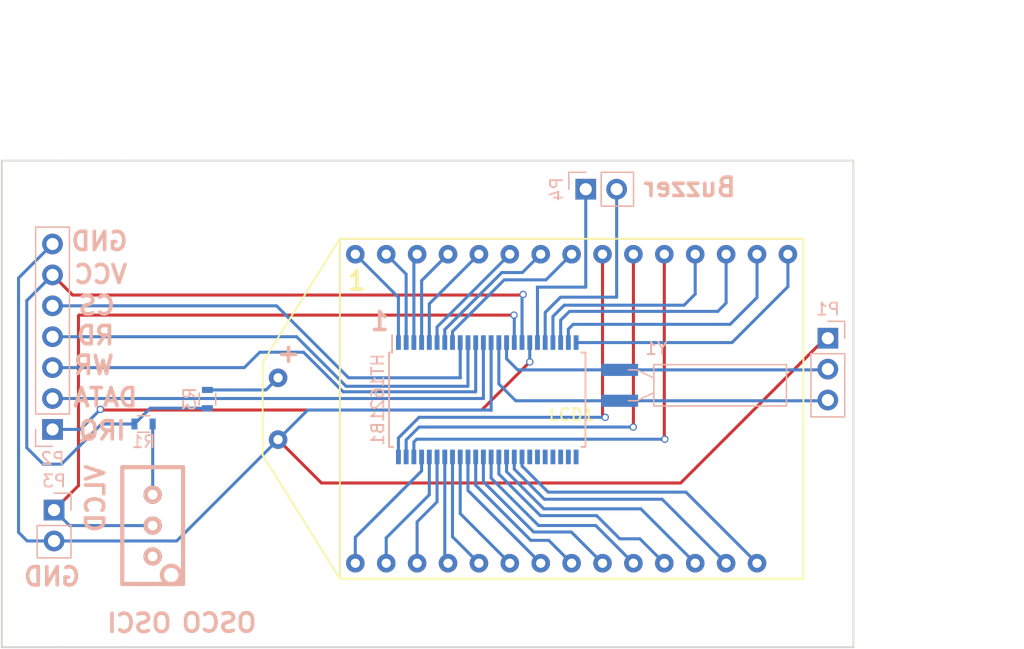
<source format=kicad_pcb>
(kicad_pcb (version 4) (host pcbnew 4.0.5)

  (general
    (links 51)
    (no_connects 0)
    (area 34.924999 29.924999 105.075001 70.075001)
    (thickness 1.6)
    (drawings 25)
    (tracks 197)
    (zones 0)
    (modules 10)
    (nets 52)
  )

  (page A4)
  (layers
    (0 F.Cu signal)
    (31 B.Cu signal)
    (32 B.Adhes user hide)
    (33 F.Adhes user hide)
    (34 B.Paste user hide)
    (35 F.Paste user hide)
    (36 B.SilkS user)
    (37 F.SilkS user)
    (38 B.Mask user)
    (39 F.Mask user)
    (40 Dwgs.User user hide)
    (41 Cmts.User user hide)
    (42 Eco1.User user)
    (43 Eco2.User user hide)
    (44 Edge.Cuts user)
    (45 Margin user hide)
    (46 B.CrtYd user hide)
    (47 F.CrtYd user hide)
    (48 B.Fab user hide)
    (49 F.Fab user hide)
  )

  (setup
    (last_trace_width 0.25)
    (trace_clearance 0.2)
    (zone_clearance 0.508)
    (zone_45_only no)
    (trace_min 0.2)
    (segment_width 0.2)
    (edge_width 0.15)
    (via_size 0.6)
    (via_drill 0.4)
    (via_min_size 0.4)
    (via_min_drill 0.3)
    (uvia_size 0.3)
    (uvia_drill 0.1)
    (uvias_allowed no)
    (uvia_min_size 0.2)
    (uvia_min_drill 0.1)
    (pcb_text_width 0.3)
    (pcb_text_size 1.5 1.5)
    (mod_edge_width 0.15)
    (mod_text_size 1 1)
    (mod_text_width 0.15)
    (pad_size 1.2 0.4)
    (pad_drill 0)
    (pad_to_mask_clearance 0.2)
    (aux_axis_origin 0 0)
    (visible_elements 7FFFFFFF)
    (pcbplotparams
      (layerselection 0x010f0_80000001)
      (usegerberextensions true)
      (excludeedgelayer true)
      (linewidth 0.100000)
      (plotframeref false)
      (viasonmask false)
      (mode 1)
      (useauxorigin false)
      (hpglpennumber 1)
      (hpglpenspeed 20)
      (hpglpendiameter 15)
      (hpglpenoverlay 2)
      (psnegative false)
      (psa4output false)
      (plotreference true)
      (plotvalue true)
      (plotinvisibletext false)
      (padsonsilk false)
      (subtractmaskfromsilk false)
      (outputformat 1)
      (mirror false)
      (drillshape 0)
      (scaleselection 1)
      (outputdirectory export1/))
  )

  (net 0 "")
  (net 1 /SEG7)
  (net 2 /SEG6)
  (net 3 /SEG5)
  (net 4 /SEG4)
  (net 5 /SEG3)
  (net 6 /SEG2)
  (net 7 /SEG1)
  (net 8 /SEG0)
  (net 9 /CS)
  (net 10 /RD)
  (net 11 /WR)
  (net 12 /DATA)
  (net 13 GNDREF)
  (net 14 /OSCO)
  (net 15 /OSCI)
  (net 16 /VLCD)
  (net 17 /VCC)
  (net 18 /IRQ)
  (net 19 "Net-(HT1621B1-Pad19)")
  (net 20 "Net-(HT1621B1-Pad20)")
  (net 21 /COM2)
  (net 22 /COM3)
  (net 23 /COM4)
  (net 24 "Net-(HT1621B1-Pad25)")
  (net 25 "Net-(HT1621B1-Pad26)")
  (net 26 "Net-(HT1621B1-Pad27)")
  (net 27 "Net-(HT1621B1-Pad28)")
  (net 28 "Net-(HT1621B1-Pad29)")
  (net 29 "Net-(HT1621B1-Pad30)")
  (net 30 "Net-(HT1621B1-Pad31)")
  (net 31 /SEG24)
  (net 32 /SEG23)
  (net 33 /SEG22)
  (net 34 /SEG21)
  (net 35 /SEG20)
  (net 36 /SEG19)
  (net 37 /SEG18)
  (net 38 /SEG17)
  (net 39 /SEG16)
  (net 40 /SEG15)
  (net 41 /SEG14)
  (net 42 /SEG13)
  (net 43 /SEG12)
  (net 44 /SEG11)
  (net 45 /SEG10)
  (net 46 /SEG9)
  (net 47 /SEG8)
  (net 48 /COM1)
  (net 49 "Net-(LCD1-Pad30)")
  (net 50 "Net-(R1-Pad2)")
  (net 51 "Net-(R2-Pad3)")

  (net_class Default "Это класс цепей по умолчанию."
    (clearance 0.2)
    (trace_width 0.25)
    (via_dia 0.6)
    (via_drill 0.4)
    (uvia_dia 0.3)
    (uvia_drill 0.1)
    (add_net /COM1)
    (add_net /COM2)
    (add_net /COM3)
    (add_net /COM4)
    (add_net /CS)
    (add_net /DATA)
    (add_net /IRQ)
    (add_net /OSCI)
    (add_net /OSCO)
    (add_net /RD)
    (add_net /SEG0)
    (add_net /SEG1)
    (add_net /SEG10)
    (add_net /SEG11)
    (add_net /SEG12)
    (add_net /SEG13)
    (add_net /SEG14)
    (add_net /SEG15)
    (add_net /SEG16)
    (add_net /SEG17)
    (add_net /SEG18)
    (add_net /SEG19)
    (add_net /SEG2)
    (add_net /SEG20)
    (add_net /SEG21)
    (add_net /SEG22)
    (add_net /SEG23)
    (add_net /SEG24)
    (add_net /SEG3)
    (add_net /SEG4)
    (add_net /SEG5)
    (add_net /SEG6)
    (add_net /SEG7)
    (add_net /SEG8)
    (add_net /SEG9)
    (add_net /VCC)
    (add_net /VLCD)
    (add_net /WR)
    (add_net GNDREF)
    (add_net "Net-(HT1621B1-Pad19)")
    (add_net "Net-(HT1621B1-Pad20)")
    (add_net "Net-(HT1621B1-Pad25)")
    (add_net "Net-(HT1621B1-Pad26)")
    (add_net "Net-(HT1621B1-Pad27)")
    (add_net "Net-(HT1621B1-Pad28)")
    (add_net "Net-(HT1621B1-Pad29)")
    (add_net "Net-(HT1621B1-Pad30)")
    (add_net "Net-(HT1621B1-Pad31)")
    (add_net "Net-(LCD1-Pad30)")
    (add_net "Net-(R1-Pad2)")
    (add_net "Net-(R2-Pad3)")
  )

  (module Pin_Headers:Pin_Header_Straight_1x07_Pitch2.54mm (layer B.Cu) (tedit 5862ED52) (tstamp 58C59536)
    (at 39.1668 52.0954)
    (descr "Through hole straight pin header, 1x07, 2.54mm pitch, single row")
    (tags "Through hole pin header THT 1x07 2.54mm single row")
    (path /58C52BE0)
    (fp_text reference P2 (at 0 2.39) (layer B.SilkS)
      (effects (font (size 1 1) (thickness 0.15)) (justify mirror))
    )
    (fp_text value CONN_01X07 (at 0 -17.63) (layer B.Fab)
      (effects (font (size 1 1) (thickness 0.15)) (justify mirror))
    )
    (fp_line (start -1.27 1.27) (end -1.27 -16.51) (layer B.Fab) (width 0.1))
    (fp_line (start -1.27 -16.51) (end 1.27 -16.51) (layer B.Fab) (width 0.1))
    (fp_line (start 1.27 -16.51) (end 1.27 1.27) (layer B.Fab) (width 0.1))
    (fp_line (start 1.27 1.27) (end -1.27 1.27) (layer B.Fab) (width 0.1))
    (fp_line (start -1.39 -1.27) (end -1.39 -16.63) (layer B.SilkS) (width 0.12))
    (fp_line (start -1.39 -16.63) (end 1.39 -16.63) (layer B.SilkS) (width 0.12))
    (fp_line (start 1.39 -16.63) (end 1.39 -1.27) (layer B.SilkS) (width 0.12))
    (fp_line (start 1.39 -1.27) (end -1.39 -1.27) (layer B.SilkS) (width 0.12))
    (fp_line (start -1.39 0) (end -1.39 1.39) (layer B.SilkS) (width 0.12))
    (fp_line (start -1.39 1.39) (end 0 1.39) (layer B.SilkS) (width 0.12))
    (fp_line (start -1.6 1.6) (end -1.6 -16.8) (layer B.CrtYd) (width 0.05))
    (fp_line (start -1.6 -16.8) (end 1.6 -16.8) (layer B.CrtYd) (width 0.05))
    (fp_line (start 1.6 -16.8) (end 1.6 1.6) (layer B.CrtYd) (width 0.05))
    (fp_line (start 1.6 1.6) (end -1.6 1.6) (layer B.CrtYd) (width 0.05))
    (pad 1 thru_hole rect (at 0 0) (size 1.7 1.7) (drill 1) (layers *.Cu *.Mask)
      (net 18 /IRQ))
    (pad 2 thru_hole oval (at 0 -2.54) (size 1.7 1.7) (drill 1) (layers *.Cu *.Mask)
      (net 12 /DATA))
    (pad 3 thru_hole oval (at 0 -5.08) (size 1.7 1.7) (drill 1) (layers *.Cu *.Mask)
      (net 11 /WR))
    (pad 4 thru_hole oval (at 0 -7.62) (size 1.7 1.7) (drill 1) (layers *.Cu *.Mask)
      (net 10 /RD))
    (pad 5 thru_hole oval (at 0 -10.16) (size 1.7 1.7) (drill 1) (layers *.Cu *.Mask)
      (net 9 /CS))
    (pad 6 thru_hole oval (at 0 -12.7) (size 1.7 1.7) (drill 1) (layers *.Cu *.Mask)
      (net 17 /VCC))
    (pad 7 thru_hole oval (at 0 -15.24) (size 1.7 1.7) (drill 1) (layers *.Cu *.Mask)
      (net 13 GNDREF))
    (model Pin_Headers.3dshapes/Pin_Header_Straight_1x07_Pitch2.54mm.wrl
      (at (xyz 0 -0.3 0))
      (scale (xyz 1 1 1))
      (rotate (xyz 0 0 90))
    )
  )

  (module Pin_Headers:Pin_Header_Straight_1x02_Pitch2.54mm (layer B.Cu) (tedit 5862ED52) (tstamp 58C5953C)
    (at 39.2938 58.7248 180)
    (descr "Through hole straight pin header, 1x02, 2.54mm pitch, single row")
    (tags "Through hole pin header THT 1x02 2.54mm single row")
    (path /58C53396)
    (fp_text reference P3 (at 0 2.39 180) (layer B.SilkS)
      (effects (font (size 1 1) (thickness 0.15)) (justify mirror))
    )
    (fp_text value CONN_01X02 (at 0 -4.93 180) (layer B.Fab)
      (effects (font (size 1 1) (thickness 0.15)) (justify mirror))
    )
    (fp_line (start -1.27 1.27) (end -1.27 -3.81) (layer B.Fab) (width 0.1))
    (fp_line (start -1.27 -3.81) (end 1.27 -3.81) (layer B.Fab) (width 0.1))
    (fp_line (start 1.27 -3.81) (end 1.27 1.27) (layer B.Fab) (width 0.1))
    (fp_line (start 1.27 1.27) (end -1.27 1.27) (layer B.Fab) (width 0.1))
    (fp_line (start -1.39 -1.27) (end -1.39 -3.93) (layer B.SilkS) (width 0.12))
    (fp_line (start -1.39 -3.93) (end 1.39 -3.93) (layer B.SilkS) (width 0.12))
    (fp_line (start 1.39 -3.93) (end 1.39 -1.27) (layer B.SilkS) (width 0.12))
    (fp_line (start 1.39 -1.27) (end -1.39 -1.27) (layer B.SilkS) (width 0.12))
    (fp_line (start -1.39 0) (end -1.39 1.39) (layer B.SilkS) (width 0.12))
    (fp_line (start -1.39 1.39) (end 0 1.39) (layer B.SilkS) (width 0.12))
    (fp_line (start -1.6 1.6) (end -1.6 -4.1) (layer B.CrtYd) (width 0.05))
    (fp_line (start -1.6 -4.1) (end 1.6 -4.1) (layer B.CrtYd) (width 0.05))
    (fp_line (start 1.6 -4.1) (end 1.6 1.6) (layer B.CrtYd) (width 0.05))
    (fp_line (start 1.6 1.6) (end -1.6 1.6) (layer B.CrtYd) (width 0.05))
    (pad 1 thru_hole rect (at 0 0 180) (size 1.7 1.7) (drill 1) (layers *.Cu *.Mask)
      (net 16 /VLCD))
    (pad 2 thru_hole oval (at 0 -2.54 180) (size 1.7 1.7) (drill 1) (layers *.Cu *.Mask)
      (net 13 GNDREF))
    (model Pin_Headers.3dshapes/Pin_Header_Straight_1x02_Pitch2.54mm.wrl
      (at (xyz 0 -0.05 0))
      (scale (xyz 1 1 1))
      (rotate (xyz 0 0 90))
    )
  )

  (module Housings_SSOP:SSOP-48_7.5x15.9mm_Pitch0.635mm (layer B.Cu) (tedit 54130A77) (tstamp 58C59897)
    (at 74.9046 49.657 270)
    (descr "SSOP48: plastic shrink small outline package; 48 leads; body width 7.5 mm; (see NXP SSOP-TSSOP-VSO-REFLOW.pdf and sot370-1_po.pdf)")
    (tags "SSOP 0.635")
    (path /58B76CA1)
    (attr smd)
    (fp_text reference HT1621B1 (at 0 9 270) (layer B.SilkS)
      (effects (font (size 1 1) (thickness 0.15)) (justify mirror))
    )
    (fp_text value HT1621B (at 0 -9 270) (layer B.Fab)
      (effects (font (size 1 1) (thickness 0.15)) (justify mirror))
    )
    (fp_line (start -2.75 7.95) (end 3.75 7.95) (layer B.Fab) (width 0.15))
    (fp_line (start 3.75 7.95) (end 3.75 -7.95) (layer B.Fab) (width 0.15))
    (fp_line (start 3.75 -7.95) (end -3.75 -7.95) (layer B.Fab) (width 0.15))
    (fp_line (start -3.75 -7.95) (end -3.75 6.95) (layer B.Fab) (width 0.15))
    (fp_line (start -3.75 6.95) (end -2.75 7.95) (layer B.Fab) (width 0.15))
    (fp_line (start -5.55 8.25) (end -5.55 -8.25) (layer B.CrtYd) (width 0.05))
    (fp_line (start 5.55 8.25) (end 5.55 -8.25) (layer B.CrtYd) (width 0.05))
    (fp_line (start -5.55 8.25) (end 5.55 8.25) (layer B.CrtYd) (width 0.05))
    (fp_line (start -5.55 -8.25) (end 5.55 -8.25) (layer B.CrtYd) (width 0.05))
    (fp_line (start -3.875 8.075) (end -3.875 7.825) (layer B.SilkS) (width 0.15))
    (fp_line (start 3.875 8.075) (end 3.875 7.7275) (layer B.SilkS) (width 0.15))
    (fp_line (start 3.875 -8.075) (end 3.875 -7.7275) (layer B.SilkS) (width 0.15))
    (fp_line (start -3.875 -8.075) (end -3.875 -7.7275) (layer B.SilkS) (width 0.15))
    (fp_line (start -3.875 8.075) (end 3.875 8.075) (layer B.SilkS) (width 0.15))
    (fp_line (start -3.875 -8.075) (end 3.875 -8.075) (layer B.SilkS) (width 0.15))
    (fp_line (start -3.875 7.825) (end -5.3 7.825) (layer B.SilkS) (width 0.15))
    (pad 1 smd rect (at -4.7 7.3025 270) (size 1.2 0.4) (layers B.Cu B.Paste B.Mask)
      (net 8 /SEG0))
    (pad 2 smd rect (at -4.7 6.6675 270) (size 1.2 0.4) (layers B.Cu B.Paste B.Mask)
      (net 7 /SEG1))
    (pad 3 smd rect (at -4.7 6.0325 270) (size 1.2 0.4) (layers B.Cu B.Paste B.Mask)
      (net 6 /SEG2))
    (pad 4 smd rect (at -4.7 5.3975 270) (size 1.2 0.4) (layers B.Cu B.Paste B.Mask)
      (net 5 /SEG3))
    (pad 5 smd rect (at -4.7 4.7625 270) (size 1.2 0.4) (layers B.Cu B.Paste B.Mask)
      (net 4 /SEG4))
    (pad 6 smd rect (at -4.7 4.1275 270) (size 1.2 0.4) (layers B.Cu B.Paste B.Mask)
      (net 3 /SEG5))
    (pad 7 smd rect (at -4.7 3.4925 270) (size 1.2 0.4) (layers B.Cu B.Paste B.Mask)
      (net 2 /SEG6))
    (pad 8 smd rect (at -4.7 2.8575 270) (size 1.2 0.4) (layers B.Cu B.Paste B.Mask)
      (net 1 /SEG7))
    (pad 9 smd rect (at -4.7 2.2225 270) (size 1.2 0.4) (layers B.Cu B.Paste B.Mask)
      (net 9 /CS))
    (pad 10 smd rect (at -4.7 1.5875 270) (size 1.2 0.4) (layers B.Cu B.Paste B.Mask)
      (net 10 /RD))
    (pad 11 smd rect (at -4.7 0.9525 270) (size 1.2 0.4) (layers B.Cu B.Paste B.Mask)
      (net 11 /WR))
    (pad 12 smd rect (at -4.7 0.3175 270) (size 1.2 0.4) (layers B.Cu B.Paste B.Mask)
      (net 12 /DATA))
    (pad 13 smd rect (at -4.7 -0.3175 270) (size 1.2 0.4) (layers B.Cu B.Paste B.Mask)
      (net 13 GNDREF))
    (pad 14 smd rect (at -4.7 -0.9525 270) (size 1.2 0.4) (layers B.Cu B.Paste B.Mask)
      (net 14 /OSCO))
    (pad 15 smd rect (at -4.7 -1.5875 270) (size 1.2 0.4) (layers B.Cu B.Paste B.Mask)
      (net 15 /OSCI))
    (pad 16 smd rect (at -4.7 -2.2225 270) (size 1.2 0.4) (layers B.Cu B.Paste B.Mask)
      (net 16 /VLCD))
    (pad 17 smd rect (at -4.7 -2.8575 270) (size 1.2 0.4) (layers B.Cu B.Paste B.Mask)
      (net 17 /VCC))
    (pad 18 smd rect (at -4.7 -3.4925 270) (size 1.2 0.4) (layers B.Cu B.Paste B.Mask)
      (net 18 /IRQ))
    (pad 19 smd rect (at -4.7 -4.1275 270) (size 1.2 0.4) (layers B.Cu B.Paste B.Mask)
      (net 19 "Net-(HT1621B1-Pad19)"))
    (pad 20 smd rect (at -4.7 -4.7625 270) (size 1.2 0.4) (layers B.Cu B.Paste B.Mask)
      (net 20 "Net-(HT1621B1-Pad20)"))
    (pad 21 smd rect (at -4.7 -5.3975 270) (size 1.2 0.4) (layers B.Cu B.Paste B.Mask)
      (net 48 /COM1))
    (pad 22 smd rect (at -4.7 -6.0325 270) (size 1.2 0.4) (layers B.Cu B.Paste B.Mask)
      (net 21 /COM2))
    (pad 23 smd rect (at -4.7 -6.6675 270) (size 1.2 0.4) (layers B.Cu B.Paste B.Mask)
      (net 22 /COM3))
    (pad 24 smd rect (at -4.7 -7.3025 270) (size 1.2 0.4) (layers B.Cu B.Paste B.Mask)
      (net 23 /COM4))
    (pad 25 smd rect (at 4.7 -7.3025 270) (size 1.2 0.4) (layers B.Cu B.Paste B.Mask)
      (net 24 "Net-(HT1621B1-Pad25)"))
    (pad 26 smd rect (at 4.7 -6.6675 270) (size 1.2 0.4) (layers B.Cu B.Paste B.Mask)
      (net 25 "Net-(HT1621B1-Pad26)"))
    (pad 27 smd rect (at 4.7 -6.0325 270) (size 1.2 0.4) (layers B.Cu B.Paste B.Mask)
      (net 26 "Net-(HT1621B1-Pad27)"))
    (pad 28 smd rect (at 4.7 -5.3975 270) (size 1.2 0.4) (layers B.Cu B.Paste B.Mask)
      (net 27 "Net-(HT1621B1-Pad28)"))
    (pad 29 smd rect (at 4.7 -4.7625 270) (size 1.2 0.4) (layers B.Cu B.Paste B.Mask)
      (net 28 "Net-(HT1621B1-Pad29)"))
    (pad 30 smd rect (at 4.7 -4.1275 270) (size 1.2 0.4) (layers B.Cu B.Paste B.Mask)
      (net 29 "Net-(HT1621B1-Pad30)"))
    (pad 31 smd rect (at 4.7 -3.4925 270) (size 1.2 0.4) (layers B.Cu B.Paste B.Mask)
      (net 30 "Net-(HT1621B1-Pad31)"))
    (pad 32 smd rect (at 4.7 -2.8575 270) (size 1.2 0.4) (layers B.Cu B.Paste B.Mask)
      (net 31 /SEG24))
    (pad 33 smd rect (at 4.7 -2.2225 270) (size 1.2 0.4) (layers B.Cu B.Paste B.Mask)
      (net 32 /SEG23))
    (pad 34 smd rect (at 4.7 -1.5875 270) (size 1.2 0.4) (layers B.Cu B.Paste B.Mask)
      (net 33 /SEG22))
    (pad 35 smd rect (at 4.7 -0.9525 270) (size 1.2 0.4) (layers B.Cu B.Paste B.Mask)
      (net 34 /SEG21))
    (pad 36 smd rect (at 4.7 -0.3175 270) (size 1.2 0.4) (layers B.Cu B.Paste B.Mask)
      (net 35 /SEG20))
    (pad 37 smd rect (at 4.7 0.3175 270) (size 1.2 0.4) (layers B.Cu B.Paste B.Mask)
      (net 36 /SEG19))
    (pad 38 smd rect (at 4.7 0.9525 270) (size 1.2 0.4) (layers B.Cu B.Paste B.Mask)
      (net 37 /SEG18))
    (pad 39 smd rect (at 4.7 1.5875 270) (size 1.2 0.4) (layers B.Cu B.Paste B.Mask)
      (net 38 /SEG17))
    (pad 40 smd rect (at 4.7 2.2225 270) (size 1.2 0.4) (layers B.Cu B.Paste B.Mask)
      (net 39 /SEG16))
    (pad 41 smd rect (at 4.7 2.8575 270) (size 1.2 0.4) (layers B.Cu B.Paste B.Mask)
      (net 40 /SEG15))
    (pad 42 smd rect (at 4.7 3.4925 270) (size 1.2 0.4) (layers B.Cu B.Paste B.Mask)
      (net 41 /SEG14))
    (pad 43 smd rect (at 4.7 4.1275 270) (size 1.2 0.4) (layers B.Cu B.Paste B.Mask)
      (net 42 /SEG13))
    (pad 44 smd rect (at 4.7 4.7625 270) (size 1.2 0.4) (layers B.Cu B.Paste B.Mask)
      (net 43 /SEG12))
    (pad 45 smd rect (at 4.7 5.3975 270) (size 1.2 0.4) (layers B.Cu B.Paste B.Mask)
      (net 44 /SEG11))
    (pad 46 smd rect (at 4.7 6.0325 270) (size 1.2 0.4) (layers B.Cu B.Paste B.Mask)
      (net 45 /SEG10))
    (pad 47 smd rect (at 4.7 6.6675 270) (size 1.2 0.4) (layers B.Cu B.Paste B.Mask)
      (net 46 /SEG9))
    (pad 48 smd rect (at 4.7 7.3025 270) (size 1.2 0.4) (layers B.Cu B.Paste B.Mask)
      (net 47 /SEG8))
    (model Housings_SSOP.3dshapes/SSOP-48_7.5x15.9mm_Pitch0.635mm.wrl
      (at (xyz 0 0 0))
      (scale (xyz 1 1 1))
      (rotate (xyz 0 0 0))
    )
  )

  (module lcd_new:LCD_0689 (layer F.Cu) (tedit 58C582BB) (tstamp 58C598BA)
    (at 81.8388 50.3936)
    (path /58B887C0)
    (fp_text reference LCD1 (at 0 0.5) (layer F.SilkS)
      (effects (font (size 1 1) (thickness 0.15)))
    )
    (fp_text value GDC0689 (at 0 -0.5) (layer F.Fab)
      (effects (font (size 1 1) (thickness 0.15)))
    )
    (fp_line (start -19.05 -13.97) (end -19.05 13.97) (layer F.SilkS) (width 0.15))
    (fp_line (start -19.05 -13.97) (end 19.05 -13.97) (layer F.SilkS) (width 0.15))
    (fp_line (start 19.05 -13.97) (end 19.05 13.97) (layer F.SilkS) (width 0.15))
    (fp_line (start 19.05 13.97) (end -19.05 13.97) (layer F.SilkS) (width 0.15))
    (fp_line (start -19.05 13.97) (end -25.4 3.81) (layer F.SilkS) (width 0.15))
    (fp_line (start -25.4 3.81) (end -25.4 -3.81) (layer F.SilkS) (width 0.15))
    (fp_line (start -25.4 -3.81) (end -19.05 -13.97) (layer F.SilkS) (width 0.15))
    (pad 8 thru_hole circle (at 0 -12.7) (size 1.524 1.524) (drill 0.762) (layers *.Cu *.Mask)
      (net 1 /SEG7))
    (pad 7 thru_hole circle (at -2.54 -12.7) (size 1.524 1.524) (drill 0.762) (layers *.Cu *.Mask)
      (net 2 /SEG6))
    (pad 6 thru_hole circle (at -5.08 -12.7) (size 1.524 1.524) (drill 0.762) (layers *.Cu *.Mask)
      (net 3 /SEG5))
    (pad 5 thru_hole circle (at -7.62 -12.7) (size 1.524 1.524) (drill 0.762) (layers *.Cu *.Mask)
      (net 4 /SEG4))
    (pad 4 thru_hole circle (at -10.16 -12.7) (size 1.524 1.524) (drill 0.762) (layers *.Cu *.Mask)
      (net 5 /SEG3))
    (pad 3 thru_hole circle (at -12.7 -12.7) (size 1.524 1.524) (drill 0.762) (layers *.Cu *.Mask)
      (net 6 /SEG2))
    (pad 2 thru_hole circle (at -15.24 -12.7) (size 1.524 1.524) (drill 0.762) (layers *.Cu *.Mask)
      (net 7 /SEG1))
    (pad 1 thru_hole circle (at -17.78 -12.7) (size 1.524 1.524) (drill 0.762) (layers *.Cu *.Mask)
      (net 8 /SEG0))
    (pad 9 thru_hole circle (at 2.54 -12.7) (size 1.524 1.524) (drill 0.762) (layers *.Cu *.Mask)
      (net 47 /SEG8))
    (pad 10 thru_hole circle (at 5.08 -12.7) (size 1.524 1.524) (drill 0.762) (layers *.Cu *.Mask)
      (net 46 /SEG9))
    (pad 11 thru_hole circle (at 7.62 -12.7) (size 1.524 1.524) (drill 0.762) (layers *.Cu *.Mask)
      (net 45 /SEG10))
    (pad 12 thru_hole circle (at 10.16 -12.7) (size 1.524 1.524) (drill 0.762) (layers *.Cu *.Mask)
      (net 48 /COM1))
    (pad 13 thru_hole circle (at 12.7 -12.7) (size 1.524 1.524) (drill 0.762) (layers *.Cu *.Mask)
      (net 21 /COM2))
    (pad 14 thru_hole circle (at 15.24 -12.7) (size 1.524 1.524) (drill 0.762) (layers *.Cu *.Mask)
      (net 22 /COM3))
    (pad 15 thru_hole circle (at 17.78 -12.7) (size 1.524 1.524) (drill 0.762) (layers *.Cu *.Mask)
      (net 23 /COM4))
    (pad 23 thru_hole circle (at 0 12.7) (size 1.524 1.524) (drill 0.762) (layers *.Cu *.Mask)
      (net 37 /SEG18))
    (pad 24 thru_hole circle (at 2.54 12.7) (size 1.524 1.524) (drill 0.762) (layers *.Cu *.Mask)
      (net 36 /SEG19))
    (pad 25 thru_hole circle (at 5.08 12.7) (size 1.524 1.524) (drill 0.762) (layers *.Cu *.Mask)
      (net 35 /SEG20))
    (pad 26 thru_hole circle (at 7.62 12.7) (size 1.524 1.524) (drill 0.762) (layers *.Cu *.Mask)
      (net 34 /SEG21))
    (pad 27 thru_hole circle (at 10.16 12.7) (size 1.524 1.524) (drill 0.762) (layers *.Cu *.Mask)
      (net 33 /SEG22))
    (pad 28 thru_hole circle (at 12.7 12.7) (size 1.524 1.524) (drill 0.762) (layers *.Cu *.Mask)
      (net 32 /SEG23))
    (pad 29 thru_hole circle (at 15.24 12.7) (size 1.524 1.524) (drill 0.762) (layers *.Cu *.Mask)
      (net 31 /SEG24))
    (pad 22 thru_hole circle (at -2.54 12.7) (size 1.524 1.524) (drill 0.762) (layers *.Cu *.Mask)
      (net 38 /SEG17))
    (pad 21 thru_hole circle (at -5.08 12.7) (size 1.524 1.524) (drill 0.762) (layers *.Cu *.Mask)
      (net 39 /SEG16))
    (pad 20 thru_hole circle (at -7.62 12.7) (size 1.524 1.524) (drill 0.762) (layers *.Cu *.Mask)
      (net 40 /SEG15))
    (pad 19 thru_hole circle (at -10.16 12.7) (size 1.524 1.524) (drill 0.762) (layers *.Cu *.Mask)
      (net 41 /SEG14))
    (pad 18 thru_hole circle (at -12.7 12.7) (size 1.524 1.524) (drill 0.762) (layers *.Cu *.Mask)
      (net 42 /SEG13))
    (pad 17 thru_hole circle (at -15.24 12.7) (size 1.524 1.524) (drill 0.762) (layers *.Cu *.Mask)
      (net 43 /SEG12))
    (pad 16 thru_hole circle (at -17.78 12.7) (size 1.524 1.524) (drill 0.762) (layers *.Cu *.Mask)
      (net 44 /SEG11))
    (pad 30 thru_hole circle (at -24.13 -2.54) (size 1.524 1.524) (drill 0.762) (layers *.Cu *.Mask)
      (net 49 "Net-(LCD1-Pad30)"))
    (pad 31 thru_hole circle (at -24.13 2.54) (size 1.524 1.524) (drill 0.762) (layers *.Cu *.Mask)
      (net 13 GNDREF))
  )

  (module lcd_new:BOURNS-3296W (layer B.Cu) (tedit 54CBCB1B) (tstamp 58C6C3BC)
    (at 47.4 60 180)
    (path /58C6CCDF)
    (fp_text reference R2 (at 0 0 180) (layer B.SilkS)
      (effects (font (size 0.8 0.8) (thickness 0.15)) (justify mirror))
    )
    (fp_text value RV (at 0 0 180) (layer B.Fab)
      (effects (font (size 0.8 0.8) (thickness 0.15)) (justify mirror))
    )
    (fp_circle (center -1.5 -4) (end -1.75 -4.75) (layer B.Fab) (width 0.15))
    (fp_line (start 2.5 4.75) (end -2.5 4.75) (layer B.Fab) (width 0.15))
    (fp_line (start -2.5 4.75) (end -2.5 -4.75) (layer B.Fab) (width 0.15))
    (fp_line (start -2.5 -4.75) (end 2.5 -4.75) (layer B.Fab) (width 0.15))
    (fp_line (start 2.5 -4.75) (end 2.5 4.75) (layer B.Fab) (width 0.15))
    (fp_line (start 3 5.25) (end -3 5.25) (layer B.CrtYd) (width 0.15))
    (fp_line (start -3 5.25) (end -3 -5.25) (layer B.CrtYd) (width 0.15))
    (fp_line (start -3 -5.25) (end 3 -5.25) (layer B.CrtYd) (width 0.15))
    (fp_line (start 3 -5.25) (end 3 5.25) (layer B.CrtYd) (width 0.15))
    (fp_circle (center -1.524 -4.064) (end -1.524 -3.302) (layer B.SilkS) (width 0.35))
    (fp_line (start -2.49936 -4.8006) (end -2.49936 4.8006) (layer B.SilkS) (width 0.35))
    (fp_line (start 2.49936 -4.8006) (end -2.49936 -4.8006) (layer B.SilkS) (width 0.35))
    (fp_line (start 2.49936 4.8006) (end 2.49936 -4.8006) (layer B.SilkS) (width 0.35))
    (fp_line (start -2.49936 4.8006) (end 2.49936 4.8006) (layer B.SilkS) (width 0.35))
    (pad 1 thru_hole circle (at 0 2.54 180) (size 1.5 1.5) (drill 0.8) (layers *.Cu *.Mask B.SilkS)
      (net 50 "Net-(R1-Pad2)"))
    (pad 2 thru_hole circle (at 0 0 180) (size 1.5 1.5) (drill 0.8) (layers *.Cu *.Mask B.SilkS)
      (net 16 /VLCD))
    (pad 3 thru_hole circle (at 0 -2.54 180) (size 1.5 1.5) (drill 0.8) (layers *.Cu *.Mask B.SilkS)
      (net 51 "Net-(R2-Pad3)"))
    (model pth_resistors/trimmer_bourns_3250w.wrl
      (at (xyz 0 0 0))
      (scale (xyz 0.8 0.8 0.8))
      (rotate (xyz 0 0 0))
    )
  )

  (module Resistors_SMD:R_0603 (layer B.Cu) (tedit 58AAD9CA) (tstamp 58C6C3C2)
    (at 51.9 49.6 270)
    (descr "Resistor SMD 0603, reflow soldering, Vishay (see dcrcw.pdf)")
    (tags "resistor 0603")
    (path /58C577B0)
    (attr smd)
    (fp_text reference R3 (at 0 1.45 270) (layer B.SilkS)
      (effects (font (size 1 1) (thickness 0.15)) (justify mirror))
    )
    (fp_text value R (at 0 -1.5 270) (layer B.Fab)
      (effects (font (size 1 1) (thickness 0.15)) (justify mirror))
    )
    (fp_text user %R (at 0 1.45 270) (layer B.Fab)
      (effects (font (size 1 1) (thickness 0.15)) (justify mirror))
    )
    (fp_line (start -0.8 -0.4) (end -0.8 0.4) (layer B.Fab) (width 0.1))
    (fp_line (start 0.8 -0.4) (end -0.8 -0.4) (layer B.Fab) (width 0.1))
    (fp_line (start 0.8 0.4) (end 0.8 -0.4) (layer B.Fab) (width 0.1))
    (fp_line (start -0.8 0.4) (end 0.8 0.4) (layer B.Fab) (width 0.1))
    (fp_line (start 0.5 -0.68) (end -0.5 -0.68) (layer B.SilkS) (width 0.12))
    (fp_line (start -0.5 0.68) (end 0.5 0.68) (layer B.SilkS) (width 0.12))
    (fp_line (start -1.25 0.7) (end 1.25 0.7) (layer B.CrtYd) (width 0.05))
    (fp_line (start -1.25 0.7) (end -1.25 -0.7) (layer B.CrtYd) (width 0.05))
    (fp_line (start 1.25 -0.7) (end 1.25 0.7) (layer B.CrtYd) (width 0.05))
    (fp_line (start 1.25 -0.7) (end -1.25 -0.7) (layer B.CrtYd) (width 0.05))
    (pad 1 smd rect (at -0.75 0 270) (size 0.5 0.9) (layers B.Cu B.Paste B.Mask)
      (net 49 "Net-(LCD1-Pad30)"))
    (pad 2 smd rect (at 0.75 0 270) (size 0.5 0.9) (layers B.Cu B.Paste B.Mask)
      (net 17 /VCC))
    (model Resistors_SMD.3dshapes/R_0603.wrl
      (at (xyz 0 0 0))
      (scale (xyz 1 1 1))
      (rotate (xyz 0 0 0))
    )
  )

  (module Pin_Headers:Pin_Header_Straight_1x02_Pitch2.54mm (layer B.Cu) (tedit 5862ED52) (tstamp 58C6C400)
    (at 83 32.35 270)
    (descr "Through hole straight pin header, 1x02, 2.54mm pitch, single row")
    (tags "Through hole pin header THT 1x02 2.54mm single row")
    (path /58B76E07)
    (fp_text reference P4 (at 0 2.39 270) (layer B.SilkS)
      (effects (font (size 1 1) (thickness 0.15)) (justify mirror))
    )
    (fp_text value CONN_01X02 (at 0 -4.93 270) (layer B.Fab)
      (effects (font (size 1 1) (thickness 0.15)) (justify mirror))
    )
    (fp_line (start -1.27 1.27) (end -1.27 -3.81) (layer B.Fab) (width 0.1))
    (fp_line (start -1.27 -3.81) (end 1.27 -3.81) (layer B.Fab) (width 0.1))
    (fp_line (start 1.27 -3.81) (end 1.27 1.27) (layer B.Fab) (width 0.1))
    (fp_line (start 1.27 1.27) (end -1.27 1.27) (layer B.Fab) (width 0.1))
    (fp_line (start -1.39 -1.27) (end -1.39 -3.93) (layer B.SilkS) (width 0.12))
    (fp_line (start -1.39 -3.93) (end 1.39 -3.93) (layer B.SilkS) (width 0.12))
    (fp_line (start 1.39 -3.93) (end 1.39 -1.27) (layer B.SilkS) (width 0.12))
    (fp_line (start 1.39 -1.27) (end -1.39 -1.27) (layer B.SilkS) (width 0.12))
    (fp_line (start -1.39 0) (end -1.39 1.39) (layer B.SilkS) (width 0.12))
    (fp_line (start -1.39 1.39) (end 0 1.39) (layer B.SilkS) (width 0.12))
    (fp_line (start -1.6 1.6) (end -1.6 -4.1) (layer B.CrtYd) (width 0.05))
    (fp_line (start -1.6 -4.1) (end 1.6 -4.1) (layer B.CrtYd) (width 0.05))
    (fp_line (start 1.6 -4.1) (end 1.6 1.6) (layer B.CrtYd) (width 0.05))
    (fp_line (start 1.6 1.6) (end -1.6 1.6) (layer B.CrtYd) (width 0.05))
    (pad 1 thru_hole rect (at 0 0 270) (size 1.7 1.7) (drill 1) (layers *.Cu *.Mask)
      (net 19 "Net-(HT1621B1-Pad19)"))
    (pad 2 thru_hole oval (at 0 -2.54 270) (size 1.7 1.7) (drill 1) (layers *.Cu *.Mask)
      (net 20 "Net-(HT1621B1-Pad20)"))
    (model Pin_Headers.3dshapes/Pin_Header_Straight_1x02_Pitch2.54mm.wrl
      (at (xyz 0 -0.05 0))
      (scale (xyz 1 1 1))
      (rotate (xyz 0 0 90))
    )
  )

  (module lcd_new:Crystal_d3.0mm_l10.0mm_Horizontal_SMD (layer B.Cu) (tedit 58C6C306) (tstamp 58C6C43E)
    (at 85.8 47.2 270)
    (descr "Crystal THT AT310 10.0mm-10.5mm length 3.0mm diameter")
    (tags ['AT310'])
    (path /58C524F8)
    (fp_text reference Y1 (at -1.75 -3 540) (layer B.SilkS)
      (effects (font (size 1 1) (thickness 0.15)) (justify mirror))
    )
    (fp_text value Crystal (at 4.29 -3 540) (layer B.Fab)
      (effects (font (size 1 1) (thickness 0.15)) (justify mirror))
    )
    (fp_line (start 3.6 0.8) (end 3.6 2) (layer B.CrtYd) (width 0.05))
    (fp_line (start -1 2) (end -1 0.8) (layer B.CrtYd) (width 0.05))
    (fp_line (start -0.23 -3) (end -0.23 -13.5) (layer B.Fab) (width 0.1))
    (fp_line (start -0.23 -13.5) (end 2.77 -13.5) (layer B.Fab) (width 0.1))
    (fp_line (start 2.77 -13.5) (end 2.77 -3) (layer B.Fab) (width 0.1))
    (fp_line (start 2.77 -3) (end -0.23 -3) (layer B.Fab) (width 0.1))
    (fp_line (start 0.67 -3) (end 0 -1.5) (layer B.Fab) (width 0.1))
    (fp_line (start 0 -1.5) (end 0 0) (layer B.Fab) (width 0.1))
    (fp_line (start 1.87 -3) (end 2.54 -1.5) (layer B.Fab) (width 0.1))
    (fp_line (start 2.54 -1.5) (end 2.54 0) (layer B.Fab) (width 0.1))
    (fp_line (start -0.43 -2.8) (end -0.43 -13.7) (layer B.SilkS) (width 0.12))
    (fp_line (start -0.43 -13.7) (end 2.97 -13.7) (layer B.SilkS) (width 0.12))
    (fp_line (start 2.97 -13.7) (end 2.97 -2.8) (layer B.SilkS) (width 0.12))
    (fp_line (start 2.97 -2.8) (end -0.43 -2.8) (layer B.SilkS) (width 0.12))
    (fp_line (start 0.67 -2.8) (end 0 -1.4) (layer B.SilkS) (width 0.12))
    (fp_line (start 0 -1.4) (end 0 -0.7) (layer B.SilkS) (width 0.12))
    (fp_line (start 1.87 -2.8) (end 2.54 -1.4) (layer B.SilkS) (width 0.12))
    (fp_line (start 2.54 -1.4) (end 2.54 -0.7) (layer B.SilkS) (width 0.12))
    (fp_line (start -1 0.8) (end -1 -14.3) (layer B.CrtYd) (width 0.05))
    (fp_line (start -1 -14.3) (end 3.6 -14.3) (layer B.CrtYd) (width 0.05))
    (fp_line (start 3.6 -14.3) (end 3.6 0.8) (layer B.CrtYd) (width 0.05))
    (fp_line (start 3.6 2) (end -1 2) (layer B.CrtYd) (width 0.05))
    (pad 1 smd rect (at 0 0 270) (size 1 3) (layers B.Cu B.Paste B.Mask)
      (net 15 /OSCI))
    (pad 2 smd rect (at 2.54 0 270) (size 1 3) (layers B.Cu B.Paste B.Mask)
      (net 14 /OSCO))
    (model Crystals.3dshapes/Crystal_AT310_d3.0mm_l10.0mm_Horizontal.wrl
      (at (xyz 0.05 0 0))
      (scale (xyz 1 1 1))
      (rotate (xyz 0 0 0))
    )
  )

  (module Resistors_SMD:R_0603 (layer B.Cu) (tedit 58AAD9CA) (tstamp 58C6C459)
    (at 46.65 51.65)
    (descr "Resistor SMD 0603, reflow soldering, Vishay (see dcrcw.pdf)")
    (tags "resistor 0603")
    (path /58C6B47B)
    (attr smd)
    (fp_text reference R1 (at 0 1.45) (layer B.SilkS)
      (effects (font (size 1 1) (thickness 0.15)) (justify mirror))
    )
    (fp_text value R (at 0 -1.5) (layer B.Fab)
      (effects (font (size 1 1) (thickness 0.15)) (justify mirror))
    )
    (fp_text user %R (at 0 1.45) (layer B.Fab)
      (effects (font (size 1 1) (thickness 0.15)) (justify mirror))
    )
    (fp_line (start -0.8 -0.4) (end -0.8 0.4) (layer B.Fab) (width 0.1))
    (fp_line (start 0.8 -0.4) (end -0.8 -0.4) (layer B.Fab) (width 0.1))
    (fp_line (start 0.8 0.4) (end 0.8 -0.4) (layer B.Fab) (width 0.1))
    (fp_line (start -0.8 0.4) (end 0.8 0.4) (layer B.Fab) (width 0.1))
    (fp_line (start 0.5 -0.68) (end -0.5 -0.68) (layer B.SilkS) (width 0.12))
    (fp_line (start -0.5 0.68) (end 0.5 0.68) (layer B.SilkS) (width 0.12))
    (fp_line (start -1.25 0.7) (end 1.25 0.7) (layer B.CrtYd) (width 0.05))
    (fp_line (start -1.25 0.7) (end -1.25 -0.7) (layer B.CrtYd) (width 0.05))
    (fp_line (start 1.25 -0.7) (end 1.25 0.7) (layer B.CrtYd) (width 0.05))
    (fp_line (start 1.25 -0.7) (end -1.25 -0.7) (layer B.CrtYd) (width 0.05))
    (pad 1 smd rect (at -0.75 0) (size 0.5 0.9) (layers B.Cu B.Paste B.Mask)
      (net 17 /VCC))
    (pad 2 smd rect (at 0.75 0) (size 0.5 0.9) (layers B.Cu B.Paste B.Mask)
      (net 50 "Net-(R1-Pad2)"))
    (model Resistors_SMD.3dshapes/R_0603.wrl
      (at (xyz 0 0 0))
      (scale (xyz 1 1 1))
      (rotate (xyz 0 0 0))
    )
  )

  (module Pin_Headers:Pin_Header_Straight_1x03_Pitch2.54mm (layer B.Cu) (tedit 5862ED52) (tstamp 58C6C4BB)
    (at 102.9 44.6 180)
    (descr "Through hole straight pin header, 1x03, 2.54mm pitch, single row")
    (tags "Through hole pin header THT 1x03 2.54mm single row")
    (path /58C6BAC4)
    (fp_text reference P1 (at 0 2.39 180) (layer B.SilkS)
      (effects (font (size 1 1) (thickness 0.15)) (justify mirror))
    )
    (fp_text value CONN_01X03 (at 0 -7.47 180) (layer B.Fab)
      (effects (font (size 1 1) (thickness 0.15)) (justify mirror))
    )
    (fp_line (start -1.27 1.27) (end -1.27 -6.35) (layer B.Fab) (width 0.1))
    (fp_line (start -1.27 -6.35) (end 1.27 -6.35) (layer B.Fab) (width 0.1))
    (fp_line (start 1.27 -6.35) (end 1.27 1.27) (layer B.Fab) (width 0.1))
    (fp_line (start 1.27 1.27) (end -1.27 1.27) (layer B.Fab) (width 0.1))
    (fp_line (start -1.39 -1.27) (end -1.39 -6.47) (layer B.SilkS) (width 0.12))
    (fp_line (start -1.39 -6.47) (end 1.39 -6.47) (layer B.SilkS) (width 0.12))
    (fp_line (start 1.39 -6.47) (end 1.39 -1.27) (layer B.SilkS) (width 0.12))
    (fp_line (start 1.39 -1.27) (end -1.39 -1.27) (layer B.SilkS) (width 0.12))
    (fp_line (start -1.39 0) (end -1.39 1.39) (layer B.SilkS) (width 0.12))
    (fp_line (start -1.39 1.39) (end 0 1.39) (layer B.SilkS) (width 0.12))
    (fp_line (start -1.6 1.6) (end -1.6 -6.6) (layer B.CrtYd) (width 0.05))
    (fp_line (start -1.6 -6.6) (end 1.6 -6.6) (layer B.CrtYd) (width 0.05))
    (fp_line (start 1.6 -6.6) (end 1.6 1.6) (layer B.CrtYd) (width 0.05))
    (fp_line (start 1.6 1.6) (end -1.6 1.6) (layer B.CrtYd) (width 0.05))
    (pad 1 thru_hole rect (at 0 0 180) (size 1.7 1.7) (drill 1) (layers *.Cu *.Mask)
      (net 13 GNDREF))
    (pad 2 thru_hole oval (at 0 -2.54 180) (size 1.7 1.7) (drill 1) (layers *.Cu *.Mask)
      (net 15 /OSCI))
    (pad 3 thru_hole oval (at 0 -5.08 180) (size 1.7 1.7) (drill 1) (layers *.Cu *.Mask)
      (net 14 /OSCO))
    (model Pin_Headers.3dshapes/Pin_Header_Straight_1x03_Pitch2.54mm.wrl
      (at (xyz 0 -0.1 0))
      (scale (xyz 1 1 1))
      (rotate (xyz 0 0 90))
    )
  )

  (gr_text 1 (at 64.1858 39.878) (layer F.SilkS)
    (effects (font (size 1.5 1.5) (thickness 0.3)))
  )
  (gr_text 1 (at 66.0654 43.2054) (layer B.SilkS)
    (effects (font (size 1.5 1.5) (thickness 0.3)) (justify mirror))
  )
  (gr_text + (at 58.5724 45.8216) (layer B.SilkS)
    (effects (font (size 1.5 1.5) (thickness 0.3)) (justify mirror))
  )
  (gr_text Buzzer (at 91.5416 32.1818) (layer B.SilkS)
    (effects (font (size 1.5 1.5) (thickness 0.3)) (justify mirror))
  )
  (gr_text OSCO (at 52.8574 67.9958) (layer B.SilkS)
    (effects (font (size 1.5 1.5) (thickness 0.3)) (justify mirror))
  )
  (gr_text OSCI (at 46.3042 68.0212) (layer B.SilkS)
    (effects (font (size 1.5 1.5) (thickness 0.3)) (justify mirror))
  )
  (gr_text GND (at 39.125 64.2) (layer B.SilkS)
    (effects (font (size 1.5 1.5) (thickness 0.3)) (justify mirror))
  )
  (gr_text VLCD (at 42.7 57.775 90) (layer B.SilkS)
    (effects (font (size 1.5 1.5) (thickness 0.3)) (justify mirror))
  )
  (gr_text IRQ (at 43.2562 52.197) (layer B.SilkS)
    (effects (font (size 1.5 1.5) (thickness 0.3)) (justify mirror))
  )
  (gr_text DATA (at 43.5102 49.4792) (layer B.SilkS)
    (effects (font (size 1.5 1.5) (thickness 0.3)) (justify mirror))
  )
  (gr_text WR (at 42.5704 46.8122) (layer B.SilkS)
    (effects (font (size 1.5 1.5) (thickness 0.3)) (justify mirror))
  )
  (gr_text RD (at 42.6974 44.3738) (layer B.SilkS)
    (effects (font (size 1.5 1.5) (thickness 0.3)) (justify mirror))
  )
  (gr_text CS (at 42.799 41.91) (layer B.SilkS)
    (effects (font (size 1.5 1.5) (thickness 0.3)) (justify mirror))
  )
  (gr_text VCC (at 43.1292 39.3446) (layer B.SilkS)
    (effects (font (size 1.5 1.5) (thickness 0.3)) (justify mirror))
  )
  (gr_text GND (at 43.0276 36.6268) (layer B.SilkS)
    (effects (font (size 1.5 1.5) (thickness 0.3)) (justify mirror))
  )
  (dimension 70 (width 0.3) (layer Eco1.User)
    (gr_text 2,7559" (at 70 20) (layer Eco1.User)
      (effects (font (size 1.5 1.5) (thickness 0.3)))
    )
    (feature1 (pts (xy 105 25) (xy 105 20)))
    (feature2 (pts (xy 35 25) (xy 35 20)))
    (crossbar (pts (xy 35 20) (xy 105 20)))
    (arrow1a (pts (xy 105 20) (xy 103.873496 20.586421)))
    (arrow1b (pts (xy 105 20) (xy 103.873496 19.413579)))
    (arrow2a (pts (xy 35 20) (xy 36.126504 20.586421)))
    (arrow2b (pts (xy 35 20) (xy 36.126504 19.413579)))
  )
  (gr_line (start 40 70) (end 35 70) (angle 90) (layer Edge.Cuts) (width 0.15))
  (gr_line (start 35 30) (end 40 30) (angle 90) (layer Edge.Cuts) (width 0.15))
  (gr_line (start 45 70) (end 40 70) (angle 90) (layer Edge.Cuts) (width 0.15))
  (gr_line (start 45 30) (end 40 30) (angle 90) (layer Edge.Cuts) (width 0.15))
  (gr_line (start 35 70) (end 35 30) (angle 90) (layer Edge.Cuts) (width 0.15))
  (gr_line (start 105 70) (end 45 70) (angle 90) (layer Edge.Cuts) (width 0.15))
  (gr_line (start 105 30) (end 105 70) (angle 90) (layer Edge.Cuts) (width 0.15))
  (gr_line (start 45 30) (end 105 30) (angle 90) (layer Edge.Cuts) (width 0.15))
  (dimension 40 (width 0.3) (layer Eco1.User)
    (gr_text "40,000 мм" (at 115 50 270) (layer Eco1.User)
      (effects (font (size 1.5 1.5) (thickness 0.3)))
    )
    (feature1 (pts (xy 110 70) (xy 115 70)))
    (feature2 (pts (xy 110 30) (xy 115 30)))
    (crossbar (pts (xy 115 30) (xy 115 70)))
    (arrow1a (pts (xy 115 70) (xy 114.413579 68.873496)))
    (arrow1b (pts (xy 115 70) (xy 115.586421 68.873496)))
    (arrow2a (pts (xy 115 30) (xy 114.413579 31.126504)))
    (arrow2b (pts (xy 115 30) (xy 115.586421 31.126504)))
  )

  (segment (start 72.0471 44.957) (end 72.0471 44.0529) (width 0.25) (layer B.Cu) (net 1))
  (segment (start 79.7324 39.8) (end 81.8388 37.6936) (width 0.25) (layer B.Cu) (net 1) (tstamp 58C6C536))
  (segment (start 76.3 39.8) (end 79.7324 39.8) (width 0.25) (layer B.Cu) (net 1) (tstamp 58C6C532))
  (segment (start 72.0471 44.0529) (end 76.3 39.8) (width 0.25) (layer B.Cu) (net 1) (tstamp 58C6C522))
  (segment (start 71.4121 44.957) (end 71.4121 43.8879) (width 0.25) (layer B.Cu) (net 2))
  (segment (start 77.7924 39.2) (end 79.2988 37.6936) (width 0.25) (layer B.Cu) (net 2) (tstamp 58C6C51C))
  (segment (start 76.1 39.2) (end 77.7924 39.2) (width 0.25) (layer B.Cu) (net 2) (tstamp 58C6C515))
  (segment (start 71.4121 43.8879) (end 76.1 39.2) (width 0.25) (layer B.Cu) (net 2) (tstamp 58C6C503))
  (segment (start 70.7771 44.957) (end 70.7771 43.6753) (width 0.25) (layer B.Cu) (net 3))
  (segment (start 70.7771 43.6753) (end 76.7588 37.6936) (width 0.25) (layer B.Cu) (net 3) (tstamp 58C6C4FF))
  (segment (start 70.1421 44.957) (end 70.1421 41.7703) (width 0.25) (layer B.Cu) (net 4))
  (segment (start 70.1421 41.7703) (end 74.2188 37.6936) (width 0.25) (layer B.Cu) (net 4) (tstamp 58C6C4FB))
  (segment (start 69.5071 44.957) (end 69.5071 39.8653) (width 0.25) (layer B.Cu) (net 5))
  (segment (start 69.5071 39.8653) (end 71.6788 37.6936) (width 0.25) (layer B.Cu) (net 5) (tstamp 58C6C4F7))
  (segment (start 71.6788 37.6936) (end 71.6788 37.719) (width 0.25) (layer B.Cu) (net 5))
  (segment (start 68.8721 44.957) (end 68.8721 37.9603) (width 0.25) (layer B.Cu) (net 6))
  (segment (start 68.8721 37.9603) (end 69.1388 37.6936) (width 0.25) (layer B.Cu) (net 6) (tstamp 58C6C4F2))
  (segment (start 68.2371 44.957) (end 68.2371 39.3319) (width 0.25) (layer B.Cu) (net 7))
  (segment (start 68.2371 39.3319) (end 66.5988 37.6936) (width 0.25) (layer B.Cu) (net 7) (tstamp 58C6C4ED))
  (segment (start 67.6021 44.957) (end 67.6021 41.2369) (width 0.25) (layer B.Cu) (net 8))
  (segment (start 67.6021 41.2369) (end 64.0588 37.6936) (width 0.25) (layer B.Cu) (net 8) (tstamp 58C6C4DA))
  (segment (start 39.1668 41.9354) (end 57.5854 41.9354) (width 0.25) (layer B.Cu) (net 9))
  (segment (start 72.6821 47.8321) (end 72.6821 44.957) (width 0.25) (layer B.Cu) (net 9) (tstamp 58C6D5DF))
  (segment (start 72.7 47.85) (end 72.6821 47.8321) (width 0.25) (layer B.Cu) (net 9) (tstamp 58C6D5D3))
  (segment (start 63.5 47.85) (end 72.7 47.85) (width 0.25) (layer B.Cu) (net 9) (tstamp 58C6D5CF))
  (segment (start 57.5854 41.9354) (end 63.5 47.85) (width 0.25) (layer B.Cu) (net 9) (tstamp 58C6D5CD))
  (segment (start 39.1668 44.4754) (end 59.2254 44.4754) (width 0.25) (layer B.Cu) (net 10))
  (segment (start 73.3171 48.532898) (end 73.3171 44.957) (width 0.25) (layer B.Cu) (net 10) (tstamp 58C6D5A1))
  (segment (start 73.3 48.549998) (end 73.3171 48.532898) (width 0.25) (layer B.Cu) (net 10) (tstamp 58C6D59D))
  (segment (start 63.299998 48.549998) (end 73.3 48.549998) (width 0.25) (layer B.Cu) (net 10) (tstamp 58C6D593))
  (segment (start 59.2254 44.4754) (end 63.299998 48.549998) (width 0.25) (layer B.Cu) (net 10) (tstamp 58C6D586))
  (segment (start 39.1668 47.0154) (end 54.9346 47.0154) (width 0.25) (layer B.Cu) (net 11))
  (segment (start 73.9521 48.9979) (end 73.9521 44.957) (width 0.25) (layer B.Cu) (net 11) (tstamp 58C6D572))
  (segment (start 73.95 49) (end 73.9521 48.9979) (width 0.25) (layer B.Cu) (net 11) (tstamp 58C6D56D))
  (segment (start 63.05 49) (end 73.95 49) (width 0.25) (layer B.Cu) (net 11) (tstamp 58C6D55B))
  (segment (start 59.8 45.75) (end 63.05 49) (width 0.25) (layer B.Cu) (net 11) (tstamp 58C6D551))
  (segment (start 56.2 45.75) (end 59.8 45.75) (width 0.25) (layer B.Cu) (net 11) (tstamp 58C6D53F))
  (segment (start 54.9346 47.0154) (end 56.2 45.75) (width 0.25) (layer B.Cu) (net 11) (tstamp 58C6D53A))
  (segment (start 39.1668 49.5554) (end 74.5946 49.5554) (width 0.25) (layer B.Cu) (net 12))
  (segment (start 74.5871 49.5479) (end 74.5871 44.957) (width 0.25) (layer B.Cu) (net 12) (tstamp 58C6D525))
  (segment (start 74.5946 49.5554) (end 74.5871 49.5479) (width 0.25) (layer B.Cu) (net 12) (tstamp 58C6D509))
  (segment (start 102.9 44.6) (end 102.7 44.6) (width 0.25) (layer F.Cu) (net 13))
  (segment (start 102.7 44.6) (end 90.8 56.5) (width 0.25) (layer F.Cu) (net 13) (tstamp 58C6D9E5))
  (segment (start 90.8 56.5) (end 61.2752 56.5) (width 0.25) (layer F.Cu) (net 13) (tstamp 58C6DA0F))
  (segment (start 61.2752 56.5) (end 57.7088 52.9336) (width 0.25) (layer F.Cu) (net 13) (tstamp 58C6DA18))
  (segment (start 39.2938 61.2648) (end 49.3776 61.2648) (width 0.25) (layer B.Cu) (net 13))
  (segment (start 49.3776 61.2648) (end 57.7088 52.9336) (width 0.25) (layer B.Cu) (net 13) (tstamp 58C6CFBE))
  (segment (start 75.2221 44.957) (end 75.2221 50.527898) (width 0.25) (layer B.Cu) (net 13))
  (segment (start 75.2221 50.527898) (end 75.194202 50.5) (width 0.25) (layer B.Cu) (net 13) (tstamp 58C6CFA3))
  (segment (start 75.194202 50.5) (end 60.1424 50.5) (width 0.25) (layer B.Cu) (net 13) (tstamp 58C6CFA9))
  (segment (start 60.1424 50.5) (end 57.7088 52.9336) (width 0.25) (layer B.Cu) (net 13) (tstamp 58C6CFB2))
  (segment (start 39.2938 61.2648) (end 37.084 61.2648) (width 0.25) (layer B.Cu) (net 13))
  (segment (start 36.3728 39.6494) (end 39.1668 36.8554) (width 0.25) (layer B.Cu) (net 13) (tstamp 58C59EB1))
  (segment (start 36.3728 60.5536) (end 36.3728 39.6494) (width 0.25) (layer B.Cu) (net 13) (tstamp 58C59EAE))
  (segment (start 37.084 61.2648) (end 36.3728 60.5536) (width 0.25) (layer B.Cu) (net 13) (tstamp 58C59EAA))
  (segment (start 57.7088 52.9336) (end 57.6834 52.9336) (width 0.25) (layer B.Cu) (net 13))
  (segment (start 85.8 49.74) (end 102.86 49.74) (width 0.25) (layer B.Cu) (net 14))
  (segment (start 102.86 49.74) (end 102.9 49.78) (width 0.25) (layer B.Cu) (net 14) (tstamp 58C6C8A8))
  (segment (start 75.8571 44.957) (end 75.8571 48.3571) (width 0.25) (layer B.Cu) (net 14))
  (segment (start 77.24 49.74) (end 85.8 49.74) (width 0.25) (layer B.Cu) (net 14) (tstamp 58C6C871))
  (segment (start 75.8571 48.3571) (end 77.24 49.74) (width 0.25) (layer B.Cu) (net 14) (tstamp 58C6C867))
  (segment (start 85.8 47.2) (end 77.4 47.2) (width 0.25) (layer B.Cu) (net 15))
  (segment (start 77.4 47.2) (end 76.4921 46.2921) (width 0.25) (layer B.Cu) (net 15) (tstamp 58C6C85F))
  (segment (start 76.4921 46.2921) (end 76.4921 44.957) (width 0.25) (layer B.Cu) (net 15) (tstamp 58C6C864))
  (segment (start 85.8 47.2) (end 102.86 47.2) (width 0.25) (layer B.Cu) (net 15))
  (segment (start 102.86 47.2) (end 102.9 47.24) (width 0.25) (layer B.Cu) (net 15) (tstamp 58C6C8A5))
  (segment (start 77.1271 44.957) (end 77.1271 42.7271) (width 0.25) (layer B.Cu) (net 16))
  (segment (start 41.3 56.7186) (end 39.2938 58.7248) (width 0.25) (layer F.Cu) (net 16) (tstamp 58C6D80A))
  (segment (start 41.3 42.75) (end 41.3 56.7186) (width 0.25) (layer F.Cu) (net 16) (tstamp 58C6D7F9))
  (segment (start 41.35 42.7) (end 41.3 42.75) (width 0.25) (layer F.Cu) (net 16) (tstamp 58C6D7F7))
  (segment (start 76.25 42.7) (end 41.35 42.7) (width 0.25) (layer F.Cu) (net 16) (tstamp 58C6D7D8))
  (segment (start 77.1 42.7) (end 76.25 42.7) (width 0.25) (layer F.Cu) (net 16) (tstamp 58C6D7D7))
  (via (at 77.1 42.7) (size 0.6) (drill 0.4) (layers F.Cu B.Cu) (net 16))
  (segment (start 77.1271 42.7271) (end 77.1 42.7) (width 0.25) (layer B.Cu) (net 16) (tstamp 58C6D7D3))
  (segment (start 47.4 60) (end 40.569 60) (width 0.25) (layer B.Cu) (net 16))
  (segment (start 40.569 60) (end 39.2938 58.7248) (width 0.25) (layer B.Cu) (net 16) (tstamp 58C6D6E8))
  (segment (start 51.9 50.35) (end 47.2 50.35) (width 0.25) (layer B.Cu) (net 17))
  (segment (start 47.2 50.35) (end 45.9 51.65) (width 0.25) (layer B.Cu) (net 17) (tstamp 58C6D87F))
  (segment (start 77.7621 44.957) (end 77.7621 41.0879) (width 0.25) (layer B.Cu) (net 17))
  (segment (start 40.8214 41.05) (end 39.1668 39.3954) (width 0.25) (layer F.Cu) (net 17) (tstamp 58C6D728))
  (segment (start 77.8 41.05) (end 40.8214 41.05) (width 0.25) (layer F.Cu) (net 17) (tstamp 58C6D712))
  (segment (start 77.85 41) (end 77.8 41.05) (width 0.25) (layer F.Cu) (net 17) (tstamp 58C6D711))
  (via (at 77.85 41) (size 0.6) (drill 0.4) (layers F.Cu B.Cu) (net 17))
  (segment (start 77.7621 41.0879) (end 77.85 41) (width 0.25) (layer B.Cu) (net 17) (tstamp 58C6D70C))
  (segment (start 45.9 51.65) (end 43.2 51.65) (width 0.25) (layer B.Cu) (net 17))
  (segment (start 37.05 41.5122) (end 39.1668 39.3954) (width 0.25) (layer B.Cu) (net 17) (tstamp 58C6D6DA))
  (segment (start 37.05 53.6) (end 37.05 41.5122) (width 0.25) (layer B.Cu) (net 17) (tstamp 58C6D6D1))
  (segment (start 38.4 54.95) (end 37.05 53.6) (width 0.25) (layer B.Cu) (net 17) (tstamp 58C6D6CA))
  (segment (start 39.9 54.95) (end 38.4 54.95) (width 0.25) (layer B.Cu) (net 17) (tstamp 58C6D6C6))
  (segment (start 43.2 51.65) (end 39.9 54.95) (width 0.25) (layer B.Cu) (net 17) (tstamp 58C6D6BE))
  (segment (start 39.2714 39.5) (end 39.1668 39.3954) (width 0.25) (layer B.Cu) (net 17) (tstamp 58C6CF25))
  (segment (start 39.1668 52.0954) (end 41.4546 52.0954) (width 0.25) (layer B.Cu) (net 18))
  (segment (start 78.3971 46.5471) (end 78.3971 44.957) (width 0.25) (layer B.Cu) (net 18) (tstamp 58C6D870))
  (segment (start 78.4 46.55) (end 78.3971 46.5471) (width 0.25) (layer B.Cu) (net 18) (tstamp 58C6D86F))
  (via (at 78.4 46.55) (size 0.6) (drill 0.4) (layers F.Cu B.Cu) (net 18))
  (segment (start 74.45 50.5) (end 78.4 46.55) (width 0.25) (layer F.Cu) (net 18) (tstamp 58C6D863))
  (segment (start 43.15 50.5) (end 74.45 50.5) (width 0.25) (layer F.Cu) (net 18) (tstamp 58C6D85D))
  (segment (start 43.1 50.45) (end 43.15 50.5) (width 0.25) (layer F.Cu) (net 18) (tstamp 58C6D85C))
  (via (at 43.1 50.45) (size 0.6) (drill 0.4) (layers F.Cu B.Cu) (net 18))
  (segment (start 41.4546 52.0954) (end 43.1 50.45) (width 0.25) (layer B.Cu) (net 18) (tstamp 58C6D853))
  (segment (start 83 32.35) (end 83 40.4) (width 0.25) (layer B.Cu) (net 19))
  (segment (start 79.0321 40.4071) (end 79.0321 44.957) (width 0.25) (layer B.Cu) (net 19) (tstamp 58C6D952))
  (segment (start 79.025 40.4) (end 79.0321 40.4071) (width 0.25) (layer B.Cu) (net 19) (tstamp 58C6D943))
  (segment (start 83 40.4) (end 79.025 40.4) (width 0.25) (layer B.Cu) (net 19) (tstamp 58C6D93A))
  (segment (start 85.54 32.35) (end 85.54 41.225) (width 0.25) (layer B.Cu) (net 20))
  (segment (start 79.6671 42.4829) (end 79.6671 44.957) (width 0.25) (layer B.Cu) (net 20) (tstamp 58C6D932))
  (segment (start 80.925 41.225) (end 79.6671 42.4829) (width 0.25) (layer B.Cu) (net 20) (tstamp 58C6D917))
  (segment (start 85.425 41.225) (end 80.925 41.225) (width 0.25) (layer B.Cu) (net 20) (tstamp 58C6D8E0))
  (segment (start 85.54 41.225) (end 85.425 41.225) (width 0.25) (layer B.Cu) (net 20) (tstamp 58C6D8D7))
  (segment (start 94.5388 37.6936) (end 94.5388 41.7068) (width 0.25) (layer B.Cu) (net 21))
  (segment (start 80.9371 43.1165) (end 80.9371 44.957) (width 0.25) (layer B.Cu) (net 21) (tstamp 58C59957))
  (segment (start 81.661 42.3926) (end 80.9371 43.1165) (width 0.25) (layer B.Cu) (net 21) (tstamp 58C59956))
  (segment (start 93.853 42.3926) (end 81.661 42.3926) (width 0.25) (layer B.Cu) (net 21) (tstamp 58C59955))
  (segment (start 94.5388 41.7068) (end 93.853 42.3926) (width 0.25) (layer B.Cu) (net 21) (tstamp 58C59954))
  (segment (start 81.5721 44.957) (end 81.5721 43.8531) (width 0.25) (layer B.Cu) (net 22))
  (segment (start 97.0788 41.2496) (end 97.0788 37.6936) (width 0.25) (layer B.Cu) (net 22) (tstamp 58C59950))
  (segment (start 94.869 43.4594) (end 97.0788 41.2496) (width 0.25) (layer B.Cu) (net 22) (tstamp 58C5994E))
  (segment (start 81.9658 43.4594) (end 94.869 43.4594) (width 0.25) (layer B.Cu) (net 22) (tstamp 58C5994D))
  (segment (start 81.5721 43.8531) (end 81.9658 43.4594) (width 0.25) (layer B.Cu) (net 22) (tstamp 58C5994C))
  (segment (start 82.2071 44.957) (end 95.0224 44.957) (width 0.25) (layer B.Cu) (net 23))
  (segment (start 99.6188 40.3606) (end 99.6188 37.6936) (width 0.25) (layer B.Cu) (net 23) (tstamp 58C59948))
  (segment (start 95.0224 44.957) (end 99.6188 40.3606) (width 0.25) (layer B.Cu) (net 23) (tstamp 58C59946))
  (segment (start 77.7621 54.357) (end 77.7621 55.1053) (width 0.25) (layer B.Cu) (net 31))
  (segment (start 91.2368 57.2516) (end 97.0788 63.0936) (width 0.25) (layer B.Cu) (net 31) (tstamp 58C599B5))
  (segment (start 79.9084 57.2516) (end 91.2368 57.2516) (width 0.25) (layer B.Cu) (net 31) (tstamp 58C599B3))
  (segment (start 77.7621 55.1053) (end 79.9084 57.2516) (width 0.25) (layer B.Cu) (net 31) (tstamp 58C599B2))
  (segment (start 77.1271 54.357) (end 77.1271 55.3593) (width 0.25) (layer B.Cu) (net 32))
  (segment (start 89.281 57.8358) (end 94.5388 63.0936) (width 0.25) (layer B.Cu) (net 32) (tstamp 58C599AE))
  (segment (start 79.6036 57.8358) (end 89.281 57.8358) (width 0.25) (layer B.Cu) (net 32) (tstamp 58C599AC))
  (segment (start 77.1271 55.3593) (end 79.6036 57.8358) (width 0.25) (layer B.Cu) (net 32) (tstamp 58C599AA))
  (segment (start 76.4921 54.357) (end 76.4921 55.5625) (width 0.25) (layer B.Cu) (net 33))
  (segment (start 87.5284 58.6232) (end 91.9988 63.0936) (width 0.25) (layer B.Cu) (net 33) (tstamp 58C599A6))
  (segment (start 79.5528 58.6232) (end 87.5284 58.6232) (width 0.25) (layer B.Cu) (net 33) (tstamp 58C599A4))
  (segment (start 76.4921 55.5625) (end 79.5528 58.6232) (width 0.25) (layer B.Cu) (net 33) (tstamp 58C599A2))
  (segment (start 75.8571 54.357) (end 75.8571 55.7657) (width 0.25) (layer B.Cu) (net 34))
  (segment (start 87.4522 61.087) (end 89.4588 63.0936) (width 0.25) (layer B.Cu) (net 34) (tstamp 58C5999E))
  (segment (start 85.8012 61.087) (end 87.4522 61.087) (width 0.25) (layer B.Cu) (net 34) (tstamp 58C5999C))
  (segment (start 83.8962 59.182) (end 85.8012 61.087) (width 0.25) (layer B.Cu) (net 34) (tstamp 58C5999A))
  (segment (start 79.2734 59.182) (end 83.8962 59.182) (width 0.25) (layer B.Cu) (net 34) (tstamp 58C59998))
  (segment (start 75.8571 55.7657) (end 79.2734 59.182) (width 0.25) (layer B.Cu) (net 34) (tstamp 58C59996))
  (segment (start 75.2221 54.357) (end 75.2221 56.0959) (width 0.25) (layer B.Cu) (net 35))
  (segment (start 83.82 59.9948) (end 86.9188 63.0936) (width 0.25) (layer B.Cu) (net 35) (tstamp 58C59992))
  (segment (start 79.121 59.9948) (end 83.82 59.9948) (width 0.25) (layer B.Cu) (net 35) (tstamp 58C59990))
  (segment (start 75.2221 56.0959) (end 79.121 59.9948) (width 0.25) (layer B.Cu) (net 35) (tstamp 58C5998E))
  (segment (start 74.5871 54.357) (end 74.5871 56.4007) (width 0.25) (layer B.Cu) (net 36))
  (segment (start 81.8134 60.5282) (end 84.3788 63.0936) (width 0.25) (layer B.Cu) (net 36) (tstamp 58C5998A))
  (segment (start 78.7146 60.5282) (end 81.8134 60.5282) (width 0.25) (layer B.Cu) (net 36) (tstamp 58C59988))
  (segment (start 74.5871 56.4007) (end 78.7146 60.5282) (width 0.25) (layer B.Cu) (net 36) (tstamp 58C59987))
  (segment (start 73.9521 54.357) (end 73.9521 56.6801) (width 0.25) (layer B.Cu) (net 37))
  (segment (start 79.9592 61.214) (end 81.8388 63.0936) (width 0.25) (layer B.Cu) (net 37) (tstamp 58C59983))
  (segment (start 78.486 61.214) (end 79.9592 61.214) (width 0.25) (layer B.Cu) (net 37) (tstamp 58C59981))
  (segment (start 73.9521 56.6801) (end 78.486 61.214) (width 0.25) (layer B.Cu) (net 37) (tstamp 58C5997F))
  (segment (start 73.3171 54.357) (end 73.3171 57.1119) (width 0.25) (layer B.Cu) (net 38))
  (segment (start 73.3171 57.1119) (end 79.2988 63.0936) (width 0.25) (layer B.Cu) (net 38) (tstamp 58C5997B))
  (segment (start 72.6821 54.357) (end 72.6821 59.0169) (width 0.25) (layer B.Cu) (net 39))
  (segment (start 72.6821 59.0169) (end 76.7588 63.0936) (width 0.25) (layer B.Cu) (net 39) (tstamp 58C59977))
  (segment (start 72.0471 54.357) (end 72.0471 60.9219) (width 0.25) (layer B.Cu) (net 40))
  (segment (start 72.0471 60.9219) (end 74.2188 63.0936) (width 0.25) (layer B.Cu) (net 40) (tstamp 58C59973))
  (segment (start 71.4121 54.357) (end 71.4121 62.8269) (width 0.25) (layer B.Cu) (net 41))
  (segment (start 71.4121 62.8269) (end 71.6788 63.0936) (width 0.25) (layer B.Cu) (net 41) (tstamp 58C59970))
  (segment (start 70.7771 54.357) (end 70.7771 58.0517) (width 0.25) (layer B.Cu) (net 42))
  (segment (start 69.1388 59.69) (end 69.1388 63.0936) (width 0.25) (layer B.Cu) (net 42) (tstamp 58C5996C))
  (segment (start 70.7771 58.0517) (end 69.1388 59.69) (width 0.25) (layer B.Cu) (net 42) (tstamp 58C5996B))
  (segment (start 66.5988 63.0936) (end 66.5988 61.0108) (width 0.25) (layer B.Cu) (net 43))
  (segment (start 70.1421 57.4675) (end 70.1421 54.357) (width 0.25) (layer B.Cu) (net 43) (tstamp 58C59967))
  (segment (start 66.5988 61.0108) (end 70.1421 57.4675) (width 0.25) (layer B.Cu) (net 43) (tstamp 58C59966))
  (segment (start 69.5071 54.357) (end 69.5071 55.5117) (width 0.25) (layer B.Cu) (net 44))
  (segment (start 64.0588 60.96) (end 64.0588 63.0936) (width 0.25) (layer B.Cu) (net 44) (tstamp 58C59962))
  (segment (start 69.5071 55.5117) (end 64.0588 60.96) (width 0.25) (layer B.Cu) (net 44) (tstamp 58C59961))
  (segment (start 68.8721 54.357) (end 68.8721 53.1279) (width 0.25) (layer B.Cu) (net 45))
  (segment (start 89.4588 52.8588) (end 89.4588 37.6936) (width 0.25) (layer F.Cu) (net 45) (tstamp 58C6C730))
  (segment (start 89.5 52.9) (end 89.4588 52.8588) (width 0.25) (layer F.Cu) (net 45) (tstamp 58C6C72F))
  (via (at 89.5 52.9) (size 0.6) (drill 0.4) (layers F.Cu B.Cu) (net 45))
  (segment (start 69.1 52.9) (end 89.5 52.9) (width 0.25) (layer B.Cu) (net 45) (tstamp 58C6C6F9))
  (segment (start 68.8721 53.1279) (end 69.1 52.9) (width 0.25) (layer B.Cu) (net 45) (tstamp 58C6C6F7))
  (segment (start 68.2371 54.357) (end 68.2371 52.9629) (width 0.25) (layer B.Cu) (net 46))
  (segment (start 86.9188 51.8812) (end 86.9188 37.6936) (width 0.25) (layer F.Cu) (net 46) (tstamp 58C6C799))
  (segment (start 86.9 51.9) (end 86.9188 51.8812) (width 0.25) (layer F.Cu) (net 46) (tstamp 58C6C798))
  (via (at 86.9 51.9) (size 0.6) (drill 0.4) (layers F.Cu B.Cu) (net 46))
  (segment (start 69.3 51.9) (end 86.9 51.9) (width 0.25) (layer B.Cu) (net 46) (tstamp 58C6C790))
  (segment (start 68.2371 52.9629) (end 69.3 51.9) (width 0.25) (layer B.Cu) (net 46) (tstamp 58C6C77F))
  (segment (start 67.6021 54.357) (end 67.6021 52.7979) (width 0.25) (layer B.Cu) (net 47))
  (segment (start 84.3788 50.8788) (end 84.3788 37.6936) (width 0.25) (layer F.Cu) (net 47) (tstamp 58C6C7C7))
  (segment (start 84.6 51.1) (end 84.3788 50.8788) (width 0.25) (layer F.Cu) (net 47) (tstamp 58C6C7C6))
  (via (at 84.6 51.1) (size 0.6) (drill 0.4) (layers F.Cu B.Cu) (net 47))
  (segment (start 69.3 51.1) (end 84.6 51.1) (width 0.25) (layer B.Cu) (net 47) (tstamp 58C6C7AD))
  (segment (start 67.6021 52.7979) (end 69.3 51.1) (width 0.25) (layer B.Cu) (net 47) (tstamp 58C6C7A5))
  (segment (start 80.3021 44.957) (end 80.3021 42.8117) (width 0.25) (layer B.Cu) (net 48))
  (segment (start 91.9988 40.9702) (end 91.9988 37.6936) (width 0.25) (layer B.Cu) (net 48) (tstamp 58C5995E))
  (segment (start 91.0844 41.8846) (end 91.9988 40.9702) (width 0.25) (layer B.Cu) (net 48) (tstamp 58C5995C))
  (segment (start 81.2292 41.8846) (end 91.0844 41.8846) (width 0.25) (layer B.Cu) (net 48) (tstamp 58C5995B))
  (segment (start 80.3021 42.8117) (end 81.2292 41.8846) (width 0.25) (layer B.Cu) (net 48) (tstamp 58C5995A))
  (segment (start 51.9 48.85) (end 56.7124 48.85) (width 0.25) (layer B.Cu) (net 49))
  (segment (start 56.7124 48.85) (end 57.7088 47.8536) (width 0.25) (layer B.Cu) (net 49) (tstamp 58C6D62E))
  (segment (start 57.7342 47.8282) (end 57.7088 47.8536) (width 0.25) (layer B.Cu) (net 49) (tstamp 58C59D10))
  (segment (start 47.4 51.65) (end 47.4 57.46) (width 0.25) (layer B.Cu) (net 50))
  (segment (start 47.3 57.36) (end 47.4 57.46) (width 0.25) (layer B.Cu) (net 50) (tstamp 58C6D674))

)

</source>
